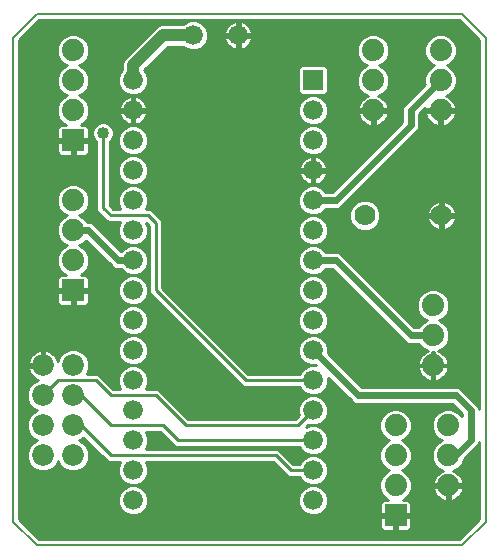
<source format=gbl>
G75*
G70*
%OFA0B0*%
%FSLAX24Y24*%
%IPPOS*%
%LPD*%
%AMOC8*
5,1,8,0,0,1.08239X$1,22.5*
%
%ADD10C,0.0080*%
%ADD11C,0.0660*%
%ADD12R,0.0660X0.0660*%
%ADD13C,0.0728*%
%ADD14C,0.0740*%
%ADD15R,0.0740X0.0740*%
%ADD16C,0.0700*%
%ADD17C,0.0400*%
%ADD18C,0.0100*%
%ADD19C,0.0240*%
%ADD20C,0.0400*%
D10*
X000400Y000987D02*
X001187Y000200D01*
X015361Y000200D01*
X016148Y000987D01*
X016148Y017129D01*
X015361Y017917D01*
X001187Y017917D01*
X000400Y017129D01*
X000400Y000987D01*
D11*
X004400Y001700D03*
X004400Y002700D03*
X004400Y003700D03*
X004400Y004700D03*
X004400Y005700D03*
X004400Y006700D03*
X004400Y007700D03*
X004400Y008700D03*
X004400Y009700D03*
X004400Y010700D03*
X004400Y011700D03*
X004400Y012700D03*
X004400Y013700D03*
X004400Y014700D03*
X004400Y015700D03*
X006400Y017200D03*
X007900Y017200D03*
X010400Y014700D03*
X010400Y013700D03*
X010400Y012700D03*
X010400Y011700D03*
X010400Y010700D03*
X010400Y009700D03*
X010400Y008700D03*
X010400Y007700D03*
X010400Y006700D03*
X010400Y005700D03*
X010400Y004700D03*
X010400Y003700D03*
X010400Y002700D03*
X010400Y001700D03*
D12*
X010400Y015700D03*
D13*
X002400Y006200D03*
X002400Y005200D03*
X002400Y004200D03*
X002400Y003200D03*
X001400Y003200D03*
X001400Y004200D03*
X001400Y005200D03*
X001400Y006200D03*
D14*
X002400Y009700D03*
X002400Y010700D03*
X002400Y011700D03*
X002400Y014700D03*
X002400Y015700D03*
X002400Y016700D03*
X012400Y016700D03*
X012400Y015700D03*
X012400Y014700D03*
X014650Y014700D03*
X014650Y015700D03*
X014650Y016700D03*
X014400Y008200D03*
X014400Y007200D03*
X014400Y006200D03*
X014900Y004200D03*
X014900Y003200D03*
X014900Y002200D03*
X013150Y002200D03*
X013150Y003200D03*
X013150Y004200D03*
D15*
X013150Y001200D03*
X002400Y008700D03*
X002400Y013700D03*
D16*
X012120Y011200D03*
X014680Y011200D03*
D17*
X013400Y017450D03*
X009150Y017450D03*
X004650Y017450D03*
X003400Y013950D03*
X003150Y002700D03*
D18*
X000795Y000890D02*
X012630Y000890D01*
X012630Y000810D02*
X012640Y000772D01*
X012660Y000738D01*
X012688Y000710D01*
X012722Y000690D01*
X012760Y000680D01*
X013100Y000680D01*
X013100Y001150D01*
X012630Y001150D01*
X012630Y000810D01*
X012635Y000791D02*
X000893Y000791D01*
X000992Y000693D02*
X012718Y000693D01*
X012630Y000988D02*
X000696Y000988D01*
X000610Y001074D02*
X000610Y017042D01*
X001274Y017707D01*
X015274Y017707D01*
X015938Y017042D01*
X015938Y004762D01*
X015896Y004864D01*
X015814Y004946D01*
X015314Y005446D01*
X015208Y005490D01*
X012020Y005490D01*
X010900Y006610D01*
X010900Y006799D01*
X010824Y006983D01*
X010683Y007124D01*
X010499Y007200D01*
X010683Y007276D01*
X010824Y007417D01*
X010900Y007601D01*
X010900Y007799D01*
X010824Y007983D01*
X010683Y008124D01*
X010499Y008200D01*
X010683Y008276D01*
X010824Y008417D01*
X010900Y008601D01*
X010900Y008799D01*
X010824Y008983D01*
X010683Y009124D01*
X010499Y009200D01*
X010301Y009200D01*
X010117Y009124D01*
X009976Y008983D01*
X009900Y008799D01*
X009900Y008601D01*
X009976Y008417D01*
X010117Y008276D01*
X010301Y008200D01*
X010499Y008200D01*
X010301Y008200D01*
X010117Y008124D01*
X009976Y007983D01*
X009900Y007799D01*
X009900Y007601D01*
X009976Y007417D01*
X010117Y007276D01*
X010301Y007200D01*
X010499Y007200D01*
X010301Y007200D01*
X010117Y007124D01*
X009976Y006983D01*
X009900Y006799D01*
X009900Y006601D01*
X009976Y006417D01*
X010117Y006276D01*
X010301Y006200D01*
X010117Y006124D01*
X009976Y005983D01*
X009950Y005920D01*
X008241Y005920D01*
X005370Y008791D01*
X005370Y011041D01*
X005241Y011170D01*
X005120Y011291D01*
X005120Y011291D01*
X004991Y011420D01*
X004825Y011420D01*
X004900Y011601D01*
X004900Y011799D01*
X004824Y011983D01*
X004683Y012124D01*
X004499Y012200D01*
X004683Y012276D01*
X004824Y012417D01*
X004900Y012601D01*
X004900Y012799D01*
X004824Y012983D01*
X004683Y013124D01*
X004499Y013200D01*
X004301Y013200D01*
X004117Y013124D01*
X003976Y012983D01*
X003900Y012799D01*
X003900Y012601D01*
X003976Y012417D01*
X004117Y012276D01*
X004301Y012200D01*
X004499Y012200D01*
X004301Y012200D01*
X004117Y012124D01*
X003976Y011983D01*
X003900Y011799D01*
X003900Y011601D01*
X003975Y011420D01*
X003741Y011420D01*
X003620Y011541D01*
X003620Y013647D01*
X003714Y013740D01*
X003770Y013876D01*
X003770Y014024D01*
X003714Y014160D01*
X003610Y014264D01*
X003474Y014320D01*
X003326Y014320D01*
X003190Y014264D01*
X003086Y014160D01*
X003030Y014024D01*
X003030Y013876D01*
X003086Y013740D01*
X003180Y013647D01*
X003180Y011359D01*
X003559Y010980D01*
X003975Y010980D01*
X003900Y010799D01*
X003900Y010601D01*
X003976Y010417D01*
X004117Y010276D01*
X004301Y010200D01*
X004117Y010124D01*
X004002Y010009D01*
X003064Y010946D01*
X002958Y010990D01*
X002864Y010990D01*
X002858Y011006D01*
X002706Y011158D01*
X002604Y011200D01*
X002706Y011242D01*
X002858Y011394D01*
X002940Y011593D01*
X002940Y011807D01*
X002858Y012006D01*
X002706Y012158D01*
X002507Y012240D01*
X002293Y012240D01*
X002094Y012158D01*
X001942Y012006D01*
X001860Y011807D01*
X001860Y011593D01*
X001942Y011394D01*
X002094Y011242D01*
X002196Y011200D01*
X002094Y011158D01*
X001942Y011006D01*
X001860Y010807D01*
X001860Y010593D01*
X001942Y010394D01*
X002094Y010242D01*
X002196Y010200D01*
X002094Y010158D01*
X001942Y010006D01*
X001860Y009807D01*
X001860Y009593D01*
X001942Y009394D01*
X002094Y009242D01*
X002148Y009220D01*
X002010Y009220D01*
X001972Y009210D01*
X001938Y009190D01*
X001910Y009162D01*
X001890Y009128D01*
X001880Y009090D01*
X001880Y008750D01*
X002350Y008750D01*
X002350Y008650D01*
X002450Y008650D01*
X002450Y008750D01*
X002920Y008750D01*
X002920Y009090D01*
X002910Y009128D01*
X002890Y009162D01*
X002862Y009190D01*
X002828Y009210D01*
X002790Y009220D01*
X002652Y009220D01*
X002706Y009242D01*
X002858Y009394D01*
X002940Y009593D01*
X002940Y009807D01*
X002858Y010006D01*
X002706Y010158D01*
X002604Y010200D01*
X002706Y010242D01*
X002827Y010363D01*
X003654Y009536D01*
X003736Y009454D01*
X003842Y009410D01*
X003983Y009410D01*
X004117Y009276D01*
X004301Y009200D01*
X004117Y009124D01*
X003976Y008983D01*
X003900Y008799D01*
X003900Y008601D01*
X003976Y008417D01*
X004117Y008276D01*
X004301Y008200D01*
X004117Y008124D01*
X003976Y007983D01*
X003900Y007799D01*
X003900Y007601D01*
X003976Y007417D01*
X004117Y007276D01*
X004301Y007200D01*
X004117Y007124D01*
X003976Y006983D01*
X003900Y006799D01*
X003900Y006601D01*
X003976Y006417D01*
X004117Y006276D01*
X004301Y006200D01*
X004117Y006124D01*
X003976Y005983D01*
X003900Y005799D01*
X003900Y005601D01*
X003975Y005420D01*
X003741Y005420D01*
X003241Y005920D01*
X002862Y005920D01*
X002934Y006094D01*
X002934Y006306D01*
X002853Y006503D01*
X002703Y006653D01*
X002506Y006734D01*
X002294Y006734D01*
X002097Y006653D01*
X001947Y006503D01*
X001888Y006361D01*
X001877Y006397D01*
X001840Y006469D01*
X001792Y006535D01*
X001735Y006592D01*
X001669Y006640D01*
X001597Y006677D01*
X001520Y006702D01*
X001440Y006714D01*
X001439Y006714D01*
X001439Y006239D01*
X001361Y006239D01*
X001361Y006714D01*
X001360Y006714D01*
X001280Y006702D01*
X001203Y006677D01*
X001131Y006640D01*
X001065Y006592D01*
X001008Y006535D01*
X000960Y006469D01*
X000923Y006397D01*
X000898Y006320D01*
X000886Y006240D01*
X000886Y006239D01*
X001361Y006239D01*
X001361Y006161D01*
X000886Y006161D01*
X000886Y006160D01*
X000898Y006080D01*
X000923Y006003D01*
X000960Y005931D01*
X001008Y005865D01*
X001065Y005808D01*
X001131Y005760D01*
X001203Y005723D01*
X001239Y005712D01*
X001097Y005653D01*
X000947Y005503D01*
X000866Y005306D01*
X000866Y005094D01*
X000947Y004897D01*
X001097Y004747D01*
X001211Y004700D01*
X001097Y004653D01*
X000947Y004503D01*
X000866Y004306D01*
X000866Y004094D01*
X000947Y003897D01*
X001097Y003747D01*
X001211Y003700D01*
X001097Y003653D01*
X000947Y003503D01*
X000866Y003306D01*
X000866Y003094D01*
X000947Y002897D01*
X001097Y002747D01*
X001294Y002666D01*
X001506Y002666D01*
X001703Y002747D01*
X001853Y002897D01*
X001900Y003011D01*
X001947Y002897D01*
X002097Y002747D01*
X002294Y002666D01*
X002506Y002666D01*
X002703Y002747D01*
X002853Y002897D01*
X002934Y003094D01*
X002934Y003306D01*
X002853Y003503D01*
X002703Y003653D01*
X002589Y003700D01*
X002703Y003747D01*
X002747Y003792D01*
X003430Y003109D01*
X003559Y002980D01*
X003975Y002980D01*
X003900Y002799D01*
X003900Y002601D01*
X003976Y002417D01*
X004117Y002276D01*
X004301Y002200D01*
X004117Y002124D01*
X003976Y001983D01*
X003900Y001799D01*
X003900Y001601D01*
X003976Y001417D01*
X004117Y001276D01*
X004301Y001200D01*
X004499Y001200D01*
X004683Y001276D01*
X004824Y001417D01*
X004900Y001601D01*
X004900Y001799D01*
X004824Y001983D01*
X004683Y002124D01*
X004499Y002200D01*
X004301Y002200D01*
X004499Y002200D01*
X004683Y002276D01*
X004824Y002417D01*
X004900Y002601D01*
X004900Y002799D01*
X004825Y002980D01*
X009059Y002980D01*
X009430Y002609D01*
X009559Y002480D01*
X009950Y002480D01*
X009976Y002417D01*
X010117Y002276D01*
X010301Y002200D01*
X010117Y002124D01*
X009976Y001983D01*
X009900Y001799D01*
X009900Y001601D01*
X009976Y001417D01*
X010117Y001276D01*
X010301Y001200D01*
X010499Y001200D01*
X010683Y001276D01*
X010824Y001417D01*
X010900Y001601D01*
X010900Y001799D01*
X010824Y001983D01*
X010683Y002124D01*
X010499Y002200D01*
X010301Y002200D01*
X010499Y002200D01*
X010683Y002276D01*
X010824Y002417D01*
X010900Y002601D01*
X010900Y002799D01*
X010824Y002983D01*
X010683Y003124D01*
X010499Y003200D01*
X010683Y003276D01*
X010824Y003417D01*
X010900Y003601D01*
X010900Y003799D01*
X010824Y003983D01*
X010683Y004124D01*
X010499Y004200D01*
X010683Y004276D01*
X010824Y004417D01*
X010900Y004601D01*
X010900Y004799D01*
X010824Y004983D01*
X010683Y005124D01*
X010499Y005200D01*
X010301Y005200D01*
X010117Y005124D01*
X009976Y004983D01*
X009900Y004799D01*
X009900Y004601D01*
X009926Y004537D01*
X009809Y004420D01*
X006241Y004420D01*
X005241Y005420D01*
X004825Y005420D01*
X004900Y005601D01*
X004900Y005799D01*
X004824Y005983D01*
X004683Y006124D01*
X004499Y006200D01*
X004301Y006200D01*
X004499Y006200D01*
X004683Y006276D01*
X004824Y006417D01*
X004900Y006601D01*
X004900Y006799D01*
X004824Y006983D01*
X004683Y007124D01*
X004499Y007200D01*
X004301Y007200D01*
X004499Y007200D01*
X004683Y007276D01*
X004824Y007417D01*
X004900Y007601D01*
X004900Y007799D01*
X004824Y007983D01*
X004683Y008124D01*
X004499Y008200D01*
X004301Y008200D01*
X004499Y008200D01*
X004683Y008276D01*
X004824Y008417D01*
X004900Y008601D01*
X004900Y008799D01*
X004824Y008983D01*
X004683Y009124D01*
X004499Y009200D01*
X004301Y009200D01*
X004499Y009200D01*
X004683Y009276D01*
X004824Y009417D01*
X004900Y009601D01*
X004900Y009799D01*
X004824Y009983D01*
X004683Y010124D01*
X004499Y010200D01*
X004301Y010200D01*
X004499Y010200D01*
X004683Y010276D01*
X004824Y010417D01*
X004900Y010601D01*
X004900Y010799D01*
X004837Y010952D01*
X004930Y010859D01*
X004930Y008609D01*
X005059Y008480D01*
X008059Y005480D01*
X009950Y005480D01*
X009976Y005417D01*
X010117Y005276D01*
X010301Y005200D01*
X010499Y005200D01*
X010683Y005276D01*
X010824Y005417D01*
X010900Y005601D01*
X010900Y005790D01*
X011654Y005036D01*
X011736Y004954D01*
X011842Y004910D01*
X015030Y004910D01*
X015360Y004580D01*
X015360Y004501D01*
X015358Y004506D01*
X015206Y004658D01*
X015007Y004740D01*
X014793Y004740D01*
X014594Y004658D01*
X014442Y004506D01*
X014360Y004307D01*
X014360Y004093D01*
X014442Y003894D01*
X014594Y003742D01*
X014696Y003700D01*
X014594Y003658D01*
X014442Y003506D01*
X014360Y003307D01*
X014360Y003093D01*
X014442Y002894D01*
X014594Y002742D01*
X014722Y002689D01*
X014700Y002682D01*
X014627Y002645D01*
X014561Y002597D01*
X014503Y002539D01*
X014455Y002473D01*
X014418Y002400D01*
X014393Y002322D01*
X014381Y002250D01*
X014850Y002250D01*
X014850Y002150D01*
X014950Y002150D01*
X014950Y002250D01*
X015419Y002250D01*
X015407Y002322D01*
X015382Y002400D01*
X015345Y002473D01*
X015297Y002539D01*
X015239Y002597D01*
X015173Y002645D01*
X015100Y002682D01*
X015078Y002689D01*
X015206Y002742D01*
X015358Y002894D01*
X015431Y003071D01*
X015896Y003536D01*
X015938Y003638D01*
X015938Y001074D01*
X015274Y000410D01*
X001274Y000410D01*
X000610Y001074D01*
X000610Y001087D02*
X012630Y001087D01*
X012630Y001250D02*
X013100Y001250D01*
X013100Y001150D01*
X013200Y001150D01*
X013200Y001250D01*
X013670Y001250D01*
X013670Y001590D01*
X013660Y001628D01*
X013640Y001662D01*
X013612Y001690D01*
X013578Y001710D01*
X013540Y001720D01*
X013402Y001720D01*
X013456Y001742D01*
X013608Y001894D01*
X013690Y002093D01*
X013690Y002307D01*
X013608Y002506D01*
X013456Y002658D01*
X013354Y002700D01*
X013456Y002742D01*
X013608Y002894D01*
X013690Y003093D01*
X013690Y003307D01*
X013608Y003506D01*
X013456Y003658D01*
X013354Y003700D01*
X013456Y003742D01*
X013608Y003894D01*
X013690Y004093D01*
X013690Y004307D01*
X013608Y004506D01*
X013456Y004658D01*
X013257Y004740D01*
X013043Y004740D01*
X012844Y004658D01*
X012692Y004506D01*
X012610Y004307D01*
X012610Y004093D01*
X012692Y003894D01*
X012844Y003742D01*
X012946Y003700D01*
X012844Y003658D01*
X012692Y003506D01*
X012610Y003307D01*
X012610Y003093D01*
X012692Y002894D01*
X012844Y002742D01*
X012946Y002700D01*
X012844Y002658D01*
X012692Y002506D01*
X012610Y002307D01*
X012610Y002093D01*
X012692Y001894D01*
X012844Y001742D01*
X012898Y001720D01*
X012760Y001720D01*
X012722Y001710D01*
X012688Y001690D01*
X012660Y001662D01*
X012640Y001628D01*
X012630Y001590D01*
X012630Y001250D01*
X012630Y001284D02*
X010691Y001284D01*
X010789Y001382D02*
X012630Y001382D01*
X012630Y001481D02*
X010850Y001481D01*
X010891Y001579D02*
X012630Y001579D01*
X012675Y001678D02*
X010900Y001678D01*
X010900Y001776D02*
X012810Y001776D01*
X012712Y001875D02*
X010869Y001875D01*
X010828Y001973D02*
X012660Y001973D01*
X012619Y002072D02*
X010736Y002072D01*
X010572Y002170D02*
X012610Y002170D01*
X012610Y002269D02*
X010665Y002269D01*
X010774Y002367D02*
X012635Y002367D01*
X012675Y002466D02*
X010844Y002466D01*
X010885Y002564D02*
X012750Y002564D01*
X012856Y002663D02*
X010900Y002663D01*
X010900Y002761D02*
X012825Y002761D01*
X012727Y002860D02*
X010875Y002860D01*
X010834Y002958D02*
X012666Y002958D01*
X012625Y003057D02*
X010751Y003057D01*
X010608Y003155D02*
X012610Y003155D01*
X012610Y003254D02*
X010629Y003254D01*
X010499Y003200D02*
X010301Y003200D01*
X010117Y003276D01*
X009976Y003417D01*
X009950Y003480D01*
X005809Y003480D01*
X005309Y003980D01*
X004825Y003980D01*
X004900Y003799D01*
X004900Y003601D01*
X004825Y003420D01*
X009241Y003420D01*
X009741Y002920D01*
X009950Y002920D01*
X009976Y002983D01*
X010117Y003124D01*
X010301Y003200D01*
X010499Y003200D01*
X010759Y003352D02*
X012628Y003352D01*
X012669Y003451D02*
X010838Y003451D01*
X010879Y003549D02*
X012735Y003549D01*
X012834Y003648D02*
X010900Y003648D01*
X010900Y003746D02*
X012840Y003746D01*
X012742Y003845D02*
X010881Y003845D01*
X010841Y003943D02*
X012672Y003943D01*
X012631Y004042D02*
X010766Y004042D01*
X010644Y004140D02*
X012610Y004140D01*
X012610Y004239D02*
X010592Y004239D01*
X010499Y004200D02*
X010301Y004200D01*
X010237Y004226D01*
X010148Y004137D01*
X010301Y004200D01*
X010499Y004200D01*
X010744Y004337D02*
X012622Y004337D01*
X012663Y004436D02*
X010832Y004436D01*
X010872Y004534D02*
X012720Y004534D01*
X012819Y004633D02*
X010900Y004633D01*
X010900Y004731D02*
X013021Y004731D01*
X013279Y004731D02*
X014771Y004731D01*
X014569Y004633D02*
X013481Y004633D01*
X013580Y004534D02*
X014470Y004534D01*
X014413Y004436D02*
X013637Y004436D01*
X013678Y004337D02*
X014372Y004337D01*
X014360Y004239D02*
X013690Y004239D01*
X013690Y004140D02*
X014360Y004140D01*
X014381Y004042D02*
X013669Y004042D01*
X013628Y003943D02*
X014422Y003943D01*
X014492Y003845D02*
X013558Y003845D01*
X013460Y003746D02*
X014590Y003746D01*
X014584Y003648D02*
X013466Y003648D01*
X013565Y003549D02*
X014485Y003549D01*
X014419Y003451D02*
X013631Y003451D01*
X013672Y003352D02*
X014378Y003352D01*
X014360Y003254D02*
X013690Y003254D01*
X013690Y003155D02*
X014360Y003155D01*
X014375Y003057D02*
X013675Y003057D01*
X013634Y002958D02*
X014416Y002958D01*
X014477Y002860D02*
X013573Y002860D01*
X013475Y002761D02*
X014575Y002761D01*
X014662Y002663D02*
X013444Y002663D01*
X013550Y002564D02*
X014529Y002564D01*
X014452Y002466D02*
X013625Y002466D01*
X013665Y002367D02*
X014408Y002367D01*
X014384Y002269D02*
X013690Y002269D01*
X013690Y002170D02*
X014850Y002170D01*
X014850Y002150D02*
X014381Y002150D01*
X014393Y002078D01*
X014418Y002000D01*
X014455Y001927D01*
X014503Y001861D01*
X014561Y001803D01*
X014627Y001755D01*
X014700Y001718D01*
X014778Y001693D01*
X014850Y001681D01*
X014850Y002150D01*
X014850Y002072D02*
X014950Y002072D01*
X014950Y002150D02*
X014950Y001681D01*
X015022Y001693D01*
X015100Y001718D01*
X015173Y001755D01*
X015239Y001803D01*
X015297Y001861D01*
X015345Y001927D01*
X015382Y002000D01*
X015407Y002078D01*
X015419Y002150D01*
X014950Y002150D01*
X014950Y002170D02*
X015938Y002170D01*
X015938Y002072D02*
X015405Y002072D01*
X015368Y001973D02*
X015938Y001973D01*
X015938Y001875D02*
X015306Y001875D01*
X015201Y001776D02*
X015938Y001776D01*
X015938Y001678D02*
X013625Y001678D01*
X013670Y001579D02*
X015938Y001579D01*
X015938Y001481D02*
X013670Y001481D01*
X013670Y001382D02*
X015938Y001382D01*
X015938Y001284D02*
X013670Y001284D01*
X013670Y001150D02*
X013200Y001150D01*
X013200Y000680D01*
X013540Y000680D01*
X013578Y000690D01*
X013612Y000710D01*
X013640Y000738D01*
X013660Y000772D01*
X013670Y000810D01*
X013670Y001150D01*
X013670Y001087D02*
X015938Y001087D01*
X015938Y001185D02*
X013200Y001185D01*
X013200Y001087D02*
X013100Y001087D01*
X013100Y001185D02*
X000610Y001185D01*
X000610Y001284D02*
X004109Y001284D01*
X004011Y001382D02*
X000610Y001382D01*
X000610Y001481D02*
X003950Y001481D01*
X003909Y001579D02*
X000610Y001579D01*
X000610Y001678D02*
X003900Y001678D01*
X003900Y001776D02*
X000610Y001776D01*
X000610Y001875D02*
X003931Y001875D01*
X003972Y001973D02*
X000610Y001973D01*
X000610Y002072D02*
X004064Y002072D01*
X004228Y002170D02*
X000610Y002170D01*
X000610Y002269D02*
X004135Y002269D01*
X004026Y002367D02*
X000610Y002367D01*
X000610Y002466D02*
X003956Y002466D01*
X003915Y002564D02*
X000610Y002564D01*
X000610Y002663D02*
X003900Y002663D01*
X003900Y002761D02*
X002716Y002761D01*
X002815Y002860D02*
X003925Y002860D01*
X003966Y002958D02*
X002878Y002958D01*
X002919Y003057D02*
X003482Y003057D01*
X003384Y003155D02*
X002934Y003155D01*
X002934Y003254D02*
X003285Y003254D01*
X003187Y003352D02*
X002915Y003352D01*
X002874Y003451D02*
X003088Y003451D01*
X002990Y003549D02*
X002806Y003549D01*
X002891Y003648D02*
X002708Y003648D01*
X002700Y003746D02*
X002793Y003746D01*
X002650Y004200D02*
X002400Y004200D01*
X002650Y004200D02*
X003650Y003200D01*
X009150Y003200D01*
X009650Y002700D01*
X010400Y002700D01*
X010049Y003057D02*
X009605Y003057D01*
X009506Y003155D02*
X010192Y003155D01*
X010171Y003254D02*
X009408Y003254D01*
X009309Y003352D02*
X010041Y003352D01*
X009962Y003451D02*
X004838Y003451D01*
X004879Y003549D02*
X005740Y003549D01*
X005641Y003648D02*
X004900Y003648D01*
X004900Y003746D02*
X005543Y003746D01*
X005444Y003845D02*
X004881Y003845D01*
X004841Y003943D02*
X005346Y003943D01*
X005400Y004200D02*
X003650Y004200D01*
X002650Y005200D01*
X002400Y005200D01*
X001900Y005700D02*
X003150Y005700D01*
X003650Y005200D01*
X005150Y005200D01*
X006150Y004200D01*
X009900Y004200D01*
X010400Y004700D01*
X010019Y005027D02*
X005635Y005027D01*
X005536Y005125D02*
X010120Y005125D01*
X010244Y005224D02*
X005438Y005224D01*
X005339Y005322D02*
X010071Y005322D01*
X009975Y005421D02*
X004825Y005421D01*
X004866Y005519D02*
X008020Y005519D01*
X007921Y005618D02*
X004900Y005618D01*
X004900Y005716D02*
X007823Y005716D01*
X007724Y005815D02*
X004894Y005815D01*
X004853Y005913D02*
X007626Y005913D01*
X007527Y006012D02*
X004796Y006012D01*
X004697Y006110D02*
X007429Y006110D01*
X007330Y006209D02*
X004520Y006209D01*
X004714Y006307D02*
X007232Y006307D01*
X007133Y006406D02*
X004813Y006406D01*
X004860Y006504D02*
X007035Y006504D01*
X006936Y006603D02*
X004900Y006603D01*
X004900Y006701D02*
X006838Y006701D01*
X006739Y006800D02*
X004900Y006800D01*
X004859Y006898D02*
X006641Y006898D01*
X006542Y006997D02*
X004811Y006997D01*
X004712Y007095D02*
X006444Y007095D01*
X006345Y007194D02*
X004515Y007194D01*
X004699Y007292D02*
X006247Y007292D01*
X006148Y007391D02*
X004798Y007391D01*
X004854Y007489D02*
X006050Y007489D01*
X005951Y007588D02*
X004895Y007588D01*
X004900Y007686D02*
X005853Y007686D01*
X005754Y007785D02*
X004900Y007785D01*
X004865Y007883D02*
X005656Y007883D01*
X005557Y007982D02*
X004825Y007982D01*
X004727Y008080D02*
X005459Y008080D01*
X005360Y008179D02*
X004551Y008179D01*
X004684Y008277D02*
X005262Y008277D01*
X005163Y008376D02*
X004783Y008376D01*
X004848Y008474D02*
X005065Y008474D01*
X004966Y008573D02*
X004888Y008573D01*
X004900Y008671D02*
X004930Y008671D01*
X004930Y008770D02*
X004900Y008770D01*
X004872Y008868D02*
X004930Y008868D01*
X004930Y008967D02*
X004831Y008967D01*
X004742Y009065D02*
X004930Y009065D01*
X004930Y009164D02*
X004588Y009164D01*
X004649Y009262D02*
X004930Y009262D01*
X004930Y009361D02*
X004768Y009361D01*
X004841Y009459D02*
X004930Y009459D01*
X004930Y009558D02*
X004882Y009558D01*
X004900Y009656D02*
X004930Y009656D01*
X004930Y009755D02*
X004900Y009755D01*
X004878Y009853D02*
X004930Y009853D01*
X004930Y009952D02*
X004837Y009952D01*
X004757Y010050D02*
X004930Y010050D01*
X004930Y010149D02*
X004624Y010149D01*
X004613Y010247D02*
X004930Y010247D01*
X004930Y010346D02*
X004753Y010346D01*
X004835Y010444D02*
X004930Y010444D01*
X004930Y010543D02*
X004876Y010543D01*
X004900Y010641D02*
X004930Y010641D01*
X004930Y010740D02*
X004900Y010740D01*
X004884Y010838D02*
X004930Y010838D01*
X004852Y010937D02*
X004843Y010937D01*
X004900Y011200D02*
X003650Y011200D01*
X003400Y011450D01*
X003400Y013950D01*
X003243Y014286D02*
X002749Y014286D01*
X002706Y014242D02*
X002858Y014394D01*
X002940Y014593D01*
X002940Y014807D01*
X002858Y015006D01*
X002706Y015158D01*
X002604Y015200D01*
X002706Y015242D01*
X002858Y015394D01*
X002940Y015593D01*
X002940Y015807D01*
X002858Y016006D01*
X002706Y016158D01*
X002604Y016200D01*
X002706Y016242D01*
X002858Y016394D01*
X002940Y016593D01*
X002940Y016807D01*
X002858Y017006D01*
X002706Y017158D01*
X002507Y017240D01*
X002293Y017240D01*
X002094Y017158D01*
X001942Y017006D01*
X001860Y016807D01*
X001860Y016593D01*
X001942Y016394D01*
X002094Y016242D01*
X002196Y016200D01*
X002094Y016158D01*
X001942Y016006D01*
X001860Y015807D01*
X001860Y015593D01*
X001942Y015394D01*
X002094Y015242D01*
X002196Y015200D01*
X002094Y015158D01*
X001942Y015006D01*
X001860Y014807D01*
X001860Y014593D01*
X001942Y014394D01*
X002094Y014242D01*
X002148Y014220D01*
X002010Y014220D01*
X001972Y014210D01*
X001938Y014190D01*
X001910Y014162D01*
X001890Y014128D01*
X001880Y014090D01*
X001880Y013750D01*
X002350Y013750D01*
X002350Y013650D01*
X001880Y013650D01*
X001880Y013310D01*
X001890Y013272D01*
X001910Y013238D01*
X001938Y013210D01*
X001972Y013190D01*
X002010Y013180D01*
X002350Y013180D01*
X002350Y013650D01*
X002450Y013650D01*
X002450Y013750D01*
X002920Y013750D01*
X002920Y014090D01*
X002910Y014128D01*
X002890Y014162D01*
X002862Y014190D01*
X002828Y014210D01*
X002790Y014220D01*
X002652Y014220D01*
X002706Y014242D01*
X002865Y014187D02*
X003114Y014187D01*
X003057Y014089D02*
X002920Y014089D01*
X002920Y013990D02*
X003030Y013990D01*
X003030Y013892D02*
X002920Y013892D01*
X002920Y013793D02*
X003065Y013793D01*
X003132Y013695D02*
X002450Y013695D01*
X002450Y013650D02*
X002920Y013650D01*
X002920Y013310D01*
X002910Y013272D01*
X002890Y013238D01*
X002862Y013210D01*
X002828Y013190D01*
X002790Y013180D01*
X002450Y013180D01*
X002450Y013650D01*
X002450Y013596D02*
X002350Y013596D01*
X002350Y013498D02*
X002450Y013498D01*
X002450Y013399D02*
X002350Y013399D01*
X002350Y013301D02*
X002450Y013301D01*
X002450Y013202D02*
X002350Y013202D01*
X001952Y013202D02*
X000610Y013202D01*
X000610Y013104D02*
X003180Y013104D01*
X003180Y013202D02*
X002848Y013202D01*
X002917Y013301D02*
X003180Y013301D01*
X003180Y013399D02*
X002920Y013399D01*
X002920Y013498D02*
X003180Y013498D01*
X003180Y013596D02*
X002920Y013596D01*
X002350Y013695D02*
X000610Y013695D01*
X000610Y013793D02*
X001880Y013793D01*
X001880Y013892D02*
X000610Y013892D01*
X000610Y013990D02*
X001880Y013990D01*
X001880Y014089D02*
X000610Y014089D01*
X000610Y014187D02*
X001935Y014187D01*
X002051Y014286D02*
X000610Y014286D01*
X000610Y014384D02*
X001952Y014384D01*
X001906Y014483D02*
X000610Y014483D01*
X000610Y014581D02*
X001865Y014581D01*
X001860Y014680D02*
X000610Y014680D01*
X000610Y014778D02*
X001860Y014778D01*
X001889Y014877D02*
X000610Y014877D01*
X000610Y014975D02*
X001929Y014975D01*
X002010Y015074D02*
X000610Y015074D01*
X000610Y015172D02*
X002129Y015172D01*
X002066Y015271D02*
X000610Y015271D01*
X000610Y015369D02*
X001967Y015369D01*
X001912Y015468D02*
X000610Y015468D01*
X000610Y015566D02*
X001871Y015566D01*
X001860Y015665D02*
X000610Y015665D01*
X000610Y015763D02*
X001860Y015763D01*
X001882Y015862D02*
X000610Y015862D01*
X000610Y015960D02*
X001923Y015960D01*
X001995Y016059D02*
X000610Y016059D01*
X000610Y016157D02*
X002093Y016157D01*
X002081Y016256D02*
X000610Y016256D01*
X000610Y016354D02*
X001982Y016354D01*
X001918Y016453D02*
X000610Y016453D01*
X000610Y016551D02*
X001877Y016551D01*
X001860Y016650D02*
X000610Y016650D01*
X000610Y016748D02*
X001860Y016748D01*
X001876Y016847D02*
X000610Y016847D01*
X000610Y016945D02*
X001917Y016945D01*
X001980Y017044D02*
X000611Y017044D01*
X000710Y017142D02*
X002078Y017142D01*
X002722Y017142D02*
X004819Y017142D01*
X004917Y017241D02*
X000808Y017241D01*
X000907Y017339D02*
X005016Y017339D01*
X005086Y017410D02*
X004086Y016410D01*
X004030Y016274D01*
X004030Y016037D01*
X003976Y015983D01*
X003900Y015799D01*
X003900Y015601D01*
X003976Y015417D01*
X004117Y015276D01*
X004301Y015200D01*
X004499Y015200D01*
X004683Y015276D01*
X004824Y015417D01*
X004900Y015601D01*
X004900Y015799D01*
X004824Y015983D01*
X004770Y016037D01*
X004770Y016047D01*
X005553Y016830D01*
X006063Y016830D01*
X006117Y016776D01*
X006301Y016700D01*
X006499Y016700D01*
X006683Y016776D01*
X006824Y016917D01*
X006900Y017101D01*
X006900Y017299D01*
X006824Y017483D01*
X006683Y017624D01*
X006499Y017700D01*
X006301Y017700D01*
X006117Y017624D01*
X006063Y017570D01*
X005326Y017570D01*
X005190Y017514D01*
X005086Y017410D01*
X005114Y017438D02*
X001005Y017438D01*
X001104Y017536D02*
X005244Y017536D01*
X004720Y017044D02*
X002820Y017044D01*
X002883Y016945D02*
X004622Y016945D01*
X004523Y016847D02*
X002924Y016847D01*
X002940Y016748D02*
X004425Y016748D01*
X004326Y016650D02*
X002940Y016650D01*
X002923Y016551D02*
X004228Y016551D01*
X004129Y016453D02*
X002882Y016453D01*
X002818Y016354D02*
X004063Y016354D01*
X004030Y016256D02*
X002719Y016256D01*
X002707Y016157D02*
X004030Y016157D01*
X004030Y016059D02*
X002805Y016059D01*
X002877Y015960D02*
X003967Y015960D01*
X003926Y015862D02*
X002918Y015862D01*
X002940Y015763D02*
X003900Y015763D01*
X003900Y015665D02*
X002940Y015665D01*
X002929Y015566D02*
X003914Y015566D01*
X003955Y015468D02*
X002888Y015468D01*
X002833Y015369D02*
X004024Y015369D01*
X004130Y015271D02*
X002734Y015271D01*
X002671Y015172D02*
X004312Y015172D01*
X004288Y015168D02*
X004361Y015180D01*
X004361Y014739D01*
X004439Y014739D01*
X004880Y014739D01*
X004868Y014812D01*
X004845Y014884D01*
X004811Y014952D01*
X004766Y015013D01*
X004713Y015066D01*
X004652Y015111D01*
X004584Y015145D01*
X004512Y015168D01*
X004439Y015180D01*
X004439Y014739D01*
X004439Y014661D01*
X004880Y014661D01*
X004868Y014588D01*
X004845Y014516D01*
X004811Y014448D01*
X004766Y014387D01*
X004713Y014334D01*
X004652Y014289D01*
X004584Y014255D01*
X004512Y014232D01*
X004439Y014220D01*
X004439Y014661D01*
X004361Y014661D01*
X004361Y014220D01*
X004288Y014232D01*
X004216Y014255D01*
X004148Y014289D01*
X004087Y014334D01*
X004034Y014387D01*
X003989Y014448D01*
X003955Y014516D01*
X003932Y014588D01*
X003920Y014661D01*
X004361Y014661D01*
X004361Y014739D01*
X003920Y014739D01*
X003932Y014812D01*
X003955Y014884D01*
X003989Y014952D01*
X004034Y015013D01*
X004087Y015066D01*
X004148Y015111D01*
X004216Y015145D01*
X004288Y015168D01*
X004361Y015172D02*
X004439Y015172D01*
X004488Y015172D02*
X010233Y015172D01*
X010301Y015200D02*
X010117Y015124D01*
X009976Y014983D01*
X009900Y014799D01*
X009900Y014601D01*
X009976Y014417D01*
X010117Y014276D01*
X010301Y014200D01*
X010117Y014124D01*
X009976Y013983D01*
X009900Y013799D01*
X009900Y013601D01*
X009976Y013417D01*
X010117Y013276D01*
X010301Y013200D01*
X010499Y013200D01*
X010683Y013276D01*
X010824Y013417D01*
X010900Y013601D01*
X010900Y013799D01*
X010824Y013983D01*
X010683Y014124D01*
X010499Y014200D01*
X010301Y014200D01*
X010499Y014200D01*
X010683Y014276D01*
X010824Y014417D01*
X010900Y014601D01*
X010900Y014799D01*
X010824Y014983D01*
X010683Y015124D01*
X010499Y015200D01*
X010301Y015200D01*
X010567Y015172D02*
X012181Y015172D01*
X012200Y015182D02*
X012222Y015189D01*
X012094Y015242D01*
X011942Y015394D01*
X011860Y015593D01*
X011860Y015807D01*
X011942Y016006D01*
X012094Y016158D01*
X012196Y016200D01*
X012094Y016242D01*
X011942Y016394D01*
X011860Y016593D01*
X011860Y016807D01*
X011942Y017006D01*
X012094Y017158D01*
X012293Y017240D01*
X012507Y017240D01*
X012706Y017158D01*
X012858Y017006D01*
X012940Y016807D01*
X012940Y016593D01*
X012858Y016394D01*
X012706Y016242D01*
X012604Y016200D01*
X012706Y016158D01*
X012858Y016006D01*
X012940Y015807D01*
X012940Y015593D01*
X012858Y015394D01*
X012706Y015242D01*
X012578Y015189D01*
X012600Y015182D01*
X012673Y015145D01*
X012739Y015097D01*
X012797Y015039D01*
X012845Y014973D01*
X012882Y014900D01*
X012907Y014822D01*
X012919Y014750D01*
X012450Y014750D01*
X012450Y014650D01*
X012919Y014650D01*
X012907Y014578D01*
X012882Y014500D01*
X012845Y014427D01*
X012797Y014361D01*
X012739Y014303D01*
X012673Y014255D01*
X012600Y014218D01*
X012522Y014193D01*
X012450Y014181D01*
X012450Y014650D01*
X012350Y014650D01*
X012350Y014181D01*
X012278Y014193D01*
X012200Y014218D01*
X012127Y014255D01*
X012061Y014303D01*
X012003Y014361D01*
X011955Y014427D01*
X011918Y014500D01*
X011893Y014578D01*
X011881Y014650D01*
X012350Y014650D01*
X012350Y014750D01*
X011881Y014750D01*
X011893Y014822D01*
X011918Y014900D01*
X011955Y014973D01*
X012003Y015039D01*
X012061Y015097D01*
X012127Y015145D01*
X012200Y015182D01*
X012066Y015271D02*
X010871Y015271D01*
X010900Y015300D02*
X010800Y015200D01*
X010000Y015200D01*
X009900Y015300D01*
X009900Y016100D01*
X010000Y016200D01*
X010800Y016200D01*
X010900Y016100D01*
X010900Y015300D01*
X010900Y015369D02*
X011967Y015369D01*
X011912Y015468D02*
X010900Y015468D01*
X010900Y015566D02*
X011871Y015566D01*
X011860Y015665D02*
X010900Y015665D01*
X010900Y015763D02*
X011860Y015763D01*
X011882Y015862D02*
X010900Y015862D01*
X010900Y015960D02*
X011923Y015960D01*
X011995Y016059D02*
X010900Y016059D01*
X010843Y016157D02*
X012093Y016157D01*
X012081Y016256D02*
X004979Y016256D01*
X005077Y016354D02*
X011982Y016354D01*
X011918Y016453D02*
X005176Y016453D01*
X005274Y016551D02*
X011877Y016551D01*
X011860Y016650D02*
X005373Y016650D01*
X005471Y016748D02*
X006185Y016748D01*
X006615Y016748D02*
X007738Y016748D01*
X007716Y016755D02*
X007788Y016732D01*
X007850Y016722D01*
X007850Y017150D01*
X007950Y017150D01*
X007950Y017250D01*
X008378Y017250D01*
X008368Y017312D01*
X008345Y017384D01*
X008311Y017452D01*
X008266Y017513D01*
X008213Y017566D01*
X008152Y017611D01*
X008084Y017645D01*
X008012Y017668D01*
X007950Y017678D01*
X007950Y017250D01*
X007850Y017250D01*
X007850Y017678D01*
X007788Y017668D01*
X007716Y017645D01*
X007648Y017611D01*
X007587Y017566D01*
X007534Y017513D01*
X007489Y017452D01*
X007455Y017384D01*
X007432Y017312D01*
X007422Y017250D01*
X007850Y017250D01*
X007850Y017150D01*
X007422Y017150D01*
X007432Y017088D01*
X007455Y017016D01*
X007489Y016948D01*
X007534Y016887D01*
X007587Y016834D01*
X007648Y016789D01*
X007716Y016755D01*
X007850Y016748D02*
X007950Y016748D01*
X007950Y016722D02*
X008012Y016732D01*
X008084Y016755D01*
X008152Y016789D01*
X008213Y016834D01*
X008266Y016887D01*
X008311Y016948D01*
X008345Y017016D01*
X008368Y017088D01*
X008378Y017150D01*
X007950Y017150D01*
X007950Y016722D01*
X008062Y016748D02*
X011860Y016748D01*
X011876Y016847D02*
X008225Y016847D01*
X008308Y016945D02*
X011917Y016945D01*
X011980Y017044D02*
X008354Y017044D01*
X008377Y017142D02*
X012078Y017142D01*
X012722Y017142D02*
X014328Y017142D01*
X014344Y017158D02*
X014192Y017006D01*
X014110Y016807D01*
X014110Y016593D01*
X014192Y016394D01*
X014344Y016242D01*
X014446Y016200D01*
X014344Y016158D01*
X014192Y016006D01*
X014110Y015807D01*
X014110Y015593D01*
X014117Y015577D01*
X013404Y014864D01*
X013360Y014758D01*
X013360Y014320D01*
X011030Y011990D01*
X010817Y011990D01*
X010683Y012124D01*
X010499Y012200D01*
X010301Y012200D01*
X010117Y012124D01*
X009976Y011983D01*
X009900Y011799D01*
X009900Y011601D01*
X009976Y011417D01*
X010117Y011276D01*
X010301Y011200D01*
X010499Y011200D01*
X010683Y011276D01*
X010817Y011410D01*
X011208Y011410D01*
X011314Y011454D01*
X013814Y013954D01*
X013896Y014036D01*
X013940Y014142D01*
X013940Y014580D01*
X014135Y014775D01*
X014131Y014750D01*
X014600Y014750D01*
X014600Y014650D01*
X014700Y014650D01*
X014700Y014750D01*
X015169Y014750D01*
X015157Y014822D01*
X015132Y014900D01*
X015095Y014973D01*
X015047Y015039D01*
X014989Y015097D01*
X014923Y015145D01*
X014850Y015182D01*
X014828Y015189D01*
X014956Y015242D01*
X015108Y015394D01*
X015190Y015593D01*
X015190Y015807D01*
X015108Y016006D01*
X014956Y016158D01*
X014854Y016200D01*
X014956Y016242D01*
X015108Y016394D01*
X015190Y016593D01*
X015190Y016807D01*
X015108Y017006D01*
X014956Y017158D01*
X014757Y017240D01*
X014543Y017240D01*
X014344Y017158D01*
X014230Y017044D02*
X012820Y017044D01*
X012883Y016945D02*
X014167Y016945D01*
X014126Y016847D02*
X012924Y016847D01*
X012940Y016748D02*
X014110Y016748D01*
X014110Y016650D02*
X012940Y016650D01*
X012923Y016551D02*
X014127Y016551D01*
X014168Y016453D02*
X012882Y016453D01*
X012818Y016354D02*
X014232Y016354D01*
X014331Y016256D02*
X012719Y016256D01*
X012707Y016157D02*
X014343Y016157D01*
X014245Y016059D02*
X012805Y016059D01*
X012877Y015960D02*
X014173Y015960D01*
X014132Y015862D02*
X012918Y015862D01*
X012940Y015763D02*
X014110Y015763D01*
X014110Y015665D02*
X012940Y015665D01*
X012929Y015566D02*
X014106Y015566D01*
X014007Y015468D02*
X012888Y015468D01*
X012833Y015369D02*
X013909Y015369D01*
X013810Y015271D02*
X012734Y015271D01*
X012619Y015172D02*
X013712Y015172D01*
X013613Y015074D02*
X012762Y015074D01*
X012843Y014975D02*
X013515Y014975D01*
X013416Y014877D02*
X012889Y014877D01*
X012914Y014778D02*
X013368Y014778D01*
X013360Y014680D02*
X012450Y014680D01*
X012450Y014581D02*
X012350Y014581D01*
X012350Y014483D02*
X012450Y014483D01*
X012450Y014384D02*
X012350Y014384D01*
X012350Y014286D02*
X012450Y014286D01*
X012450Y014187D02*
X012350Y014187D01*
X012315Y014187D02*
X010531Y014187D01*
X010693Y014286D02*
X012086Y014286D01*
X011987Y014384D02*
X010791Y014384D01*
X010851Y014483D02*
X011927Y014483D01*
X011892Y014581D02*
X010892Y014581D01*
X010900Y014680D02*
X012350Y014680D01*
X011957Y014975D02*
X010827Y014975D01*
X010868Y014877D02*
X011911Y014877D01*
X011886Y014778D02*
X010900Y014778D01*
X010734Y015074D02*
X012038Y015074D01*
X012485Y014187D02*
X013227Y014187D01*
X013325Y014286D02*
X012714Y014286D01*
X012813Y014384D02*
X013360Y014384D01*
X013360Y014483D02*
X012873Y014483D01*
X012908Y014581D02*
X013360Y014581D01*
X013128Y014089D02*
X010719Y014089D01*
X010817Y013990D02*
X013030Y013990D01*
X012931Y013892D02*
X010862Y013892D01*
X010900Y013793D02*
X012833Y013793D01*
X012734Y013695D02*
X010900Y013695D01*
X010898Y013596D02*
X012636Y013596D01*
X012537Y013498D02*
X010857Y013498D01*
X010806Y013399D02*
X012439Y013399D01*
X012340Y013301D02*
X010708Y013301D01*
X010652Y013111D02*
X010584Y013145D01*
X010512Y013168D01*
X010439Y013180D01*
X010439Y012739D01*
X010880Y012739D01*
X010868Y012812D01*
X010845Y012884D01*
X010811Y012952D01*
X010766Y013013D01*
X010713Y013066D01*
X010652Y013111D01*
X010661Y013104D02*
X012143Y013104D01*
X012242Y013202D02*
X010504Y013202D01*
X010439Y013104D02*
X010361Y013104D01*
X010361Y013180D02*
X010288Y013168D01*
X010216Y013145D01*
X010148Y013111D01*
X010087Y013066D01*
X010034Y013013D01*
X009989Y012952D01*
X009955Y012884D01*
X009932Y012812D01*
X009920Y012739D01*
X010361Y012739D01*
X010361Y013180D01*
X010296Y013202D02*
X004504Y013202D01*
X004499Y013200D02*
X004683Y013276D01*
X004824Y013417D01*
X004900Y013601D01*
X004900Y013799D01*
X004824Y013983D01*
X004683Y014124D01*
X004499Y014200D01*
X004301Y014200D01*
X004117Y014124D01*
X003976Y013983D01*
X003900Y013799D01*
X003900Y013601D01*
X003976Y013417D01*
X004117Y013276D01*
X004301Y013200D01*
X004499Y013200D01*
X004704Y013104D02*
X010139Y013104D01*
X010028Y013005D02*
X004802Y013005D01*
X004856Y012907D02*
X009967Y012907D01*
X009931Y012808D02*
X004896Y012808D01*
X004900Y012710D02*
X010361Y012710D01*
X010361Y012739D02*
X010361Y012661D01*
X010439Y012661D01*
X010439Y012739D01*
X010361Y012739D01*
X010361Y012808D02*
X010439Y012808D01*
X010439Y012710D02*
X011749Y012710D01*
X011848Y012808D02*
X010869Y012808D01*
X010833Y012907D02*
X011946Y012907D01*
X012045Y013005D02*
X010772Y013005D01*
X010439Y013005D02*
X010361Y013005D01*
X010361Y012907D02*
X010439Y012907D01*
X010439Y012661D02*
X010880Y012661D01*
X010868Y012588D01*
X010845Y012516D01*
X010811Y012448D01*
X010766Y012387D01*
X010713Y012334D01*
X010652Y012289D01*
X010584Y012255D01*
X010512Y012232D01*
X010439Y012220D01*
X010439Y012661D01*
X010439Y012611D02*
X010361Y012611D01*
X010361Y012661D02*
X010361Y012220D01*
X010288Y012232D01*
X010216Y012255D01*
X010148Y012289D01*
X010087Y012334D01*
X010034Y012387D01*
X009989Y012448D01*
X009955Y012516D01*
X009932Y012588D01*
X009920Y012661D01*
X010361Y012661D01*
X010361Y012513D02*
X010439Y012513D01*
X010439Y012414D02*
X010361Y012414D01*
X010361Y012316D02*
X010439Y012316D01*
X010687Y012316D02*
X011355Y012316D01*
X011454Y012414D02*
X010786Y012414D01*
X010843Y012513D02*
X011552Y012513D01*
X011651Y012611D02*
X010872Y012611D01*
X010689Y012119D02*
X011158Y012119D01*
X011257Y012217D02*
X004541Y012217D01*
X004689Y012119D02*
X010111Y012119D01*
X010013Y012020D02*
X004787Y012020D01*
X004849Y011922D02*
X009951Y011922D01*
X009910Y011823D02*
X004890Y011823D01*
X004900Y011725D02*
X009900Y011725D01*
X009900Y011626D02*
X004900Y011626D01*
X004870Y011528D02*
X009930Y011528D01*
X009971Y011429D02*
X004829Y011429D01*
X005081Y011331D02*
X010062Y011331D01*
X010223Y011232D02*
X005179Y011232D01*
X005241Y011170D02*
X005241Y011170D01*
X005278Y011134D02*
X010140Y011134D01*
X010117Y011124D02*
X009976Y010983D01*
X009900Y010799D01*
X009900Y010601D01*
X009976Y010417D01*
X010117Y010276D01*
X010301Y010200D01*
X010499Y010200D01*
X010683Y010276D01*
X010824Y010417D01*
X010900Y010601D01*
X010900Y010799D01*
X010824Y010983D01*
X010683Y011124D01*
X010499Y011200D01*
X010301Y011200D01*
X010117Y011124D01*
X010028Y011035D02*
X005370Y011035D01*
X005370Y010937D02*
X009957Y010937D01*
X009916Y010838D02*
X005370Y010838D01*
X005370Y010740D02*
X009900Y010740D01*
X009900Y010641D02*
X005370Y010641D01*
X005370Y010543D02*
X009924Y010543D01*
X009965Y010444D02*
X005370Y010444D01*
X005370Y010346D02*
X010047Y010346D01*
X010187Y010247D02*
X005370Y010247D01*
X005370Y010149D02*
X010176Y010149D01*
X010117Y010124D02*
X009976Y009983D01*
X009900Y009799D01*
X009900Y009601D01*
X009976Y009417D01*
X010117Y009276D01*
X010301Y009200D01*
X010499Y009200D01*
X010683Y009276D01*
X010817Y009410D01*
X011030Y009410D01*
X013404Y007036D01*
X013486Y006954D01*
X013592Y006910D01*
X013936Y006910D01*
X013942Y006894D01*
X014094Y006742D01*
X014222Y006689D01*
X014200Y006682D01*
X014127Y006645D01*
X014061Y006597D01*
X014003Y006539D01*
X013955Y006473D01*
X013918Y006400D01*
X013893Y006322D01*
X013880Y006241D01*
X013880Y006230D01*
X014370Y006230D01*
X014370Y006660D01*
X014430Y006660D01*
X014430Y006230D01*
X014920Y006230D01*
X014920Y006241D01*
X014907Y006322D01*
X014882Y006400D01*
X014845Y006473D01*
X014797Y006539D01*
X014739Y006597D01*
X014673Y006645D01*
X014600Y006682D01*
X014578Y006689D01*
X014706Y006742D01*
X014858Y006894D01*
X014940Y007093D01*
X014940Y007307D01*
X014858Y007506D01*
X014706Y007658D01*
X014604Y007700D01*
X014706Y007742D01*
X014858Y007894D01*
X014940Y008093D01*
X014940Y008307D01*
X014858Y008506D01*
X014706Y008658D01*
X014507Y008740D01*
X014293Y008740D01*
X014094Y008658D01*
X013942Y008506D01*
X013860Y008307D01*
X013860Y008093D01*
X013942Y007894D01*
X014094Y007742D01*
X014196Y007700D01*
X014094Y007658D01*
X013942Y007506D01*
X013936Y007490D01*
X013770Y007490D01*
X011314Y009946D01*
X011208Y009990D01*
X010817Y009990D01*
X010683Y010124D01*
X010499Y010200D01*
X010301Y010200D01*
X010117Y010124D01*
X010043Y010050D02*
X005370Y010050D01*
X005370Y009952D02*
X009963Y009952D01*
X009922Y009853D02*
X005370Y009853D01*
X005370Y009755D02*
X009900Y009755D01*
X009900Y009656D02*
X005370Y009656D01*
X005370Y009558D02*
X009918Y009558D01*
X009959Y009459D02*
X005370Y009459D01*
X005370Y009361D02*
X010032Y009361D01*
X010151Y009262D02*
X005370Y009262D01*
X005370Y009164D02*
X010212Y009164D01*
X010058Y009065D02*
X005370Y009065D01*
X005370Y008967D02*
X009969Y008967D01*
X009928Y008868D02*
X005370Y008868D01*
X005392Y008770D02*
X009900Y008770D01*
X009900Y008671D02*
X005490Y008671D01*
X005589Y008573D02*
X009912Y008573D01*
X009952Y008474D02*
X005687Y008474D01*
X005786Y008376D02*
X010017Y008376D01*
X010116Y008277D02*
X005884Y008277D01*
X005983Y008179D02*
X010249Y008179D01*
X010073Y008080D02*
X006081Y008080D01*
X006180Y007982D02*
X009975Y007982D01*
X009935Y007883D02*
X006278Y007883D01*
X006377Y007785D02*
X009900Y007785D01*
X009900Y007686D02*
X006475Y007686D01*
X006574Y007588D02*
X009905Y007588D01*
X009946Y007489D02*
X006672Y007489D01*
X006771Y007391D02*
X010002Y007391D01*
X010101Y007292D02*
X006869Y007292D01*
X006968Y007194D02*
X010285Y007194D01*
X010515Y007194D02*
X013246Y007194D01*
X013148Y007292D02*
X010699Y007292D01*
X010798Y007391D02*
X013049Y007391D01*
X012951Y007489D02*
X010854Y007489D01*
X010895Y007588D02*
X012852Y007588D01*
X012754Y007686D02*
X010900Y007686D01*
X010900Y007785D02*
X012655Y007785D01*
X012557Y007883D02*
X010865Y007883D01*
X010825Y007982D02*
X012458Y007982D01*
X012360Y008080D02*
X010727Y008080D01*
X010551Y008179D02*
X012261Y008179D01*
X012163Y008277D02*
X010684Y008277D01*
X010783Y008376D02*
X012064Y008376D01*
X011966Y008474D02*
X010848Y008474D01*
X010888Y008573D02*
X011867Y008573D01*
X011769Y008671D02*
X010900Y008671D01*
X010900Y008770D02*
X011670Y008770D01*
X011572Y008868D02*
X010872Y008868D01*
X010831Y008967D02*
X011473Y008967D01*
X011375Y009065D02*
X010742Y009065D01*
X010588Y009164D02*
X011276Y009164D01*
X011178Y009262D02*
X010649Y009262D01*
X010768Y009361D02*
X011079Y009361D01*
X011506Y009755D02*
X015938Y009755D01*
X015938Y009853D02*
X011407Y009853D01*
X011301Y009952D02*
X015938Y009952D01*
X015938Y010050D02*
X010757Y010050D01*
X010624Y010149D02*
X015938Y010149D01*
X015938Y010247D02*
X010613Y010247D01*
X010753Y010346D02*
X015938Y010346D01*
X015938Y010444D02*
X010835Y010444D01*
X010876Y010543D02*
X015938Y010543D01*
X015938Y010641D02*
X010900Y010641D01*
X010900Y010740D02*
X011873Y010740D01*
X011826Y010759D02*
X012017Y010680D01*
X012224Y010680D01*
X012415Y010759D01*
X012561Y010905D01*
X012640Y011097D01*
X012640Y011303D01*
X012561Y011495D01*
X012415Y011641D01*
X012224Y011720D01*
X012017Y011720D01*
X011826Y011641D01*
X011680Y011495D01*
X011600Y011303D01*
X011600Y011097D01*
X011680Y010905D01*
X011826Y010759D01*
X011747Y010838D02*
X010884Y010838D01*
X010843Y010937D02*
X011667Y010937D01*
X011626Y011035D02*
X010772Y011035D01*
X010660Y011134D02*
X011600Y011134D01*
X011600Y011232D02*
X010577Y011232D01*
X010738Y011331D02*
X011612Y011331D01*
X011652Y011429D02*
X011254Y011429D01*
X011388Y011528D02*
X011713Y011528D01*
X011811Y011626D02*
X011486Y011626D01*
X011585Y011725D02*
X015938Y011725D01*
X015938Y011823D02*
X011683Y011823D01*
X011782Y011922D02*
X015938Y011922D01*
X015938Y012020D02*
X011880Y012020D01*
X011979Y012119D02*
X015938Y012119D01*
X015938Y012217D02*
X012077Y012217D01*
X012176Y012316D02*
X015938Y012316D01*
X015938Y012414D02*
X012274Y012414D01*
X012373Y012513D02*
X015938Y012513D01*
X015938Y012611D02*
X012471Y012611D01*
X012570Y012710D02*
X015938Y012710D01*
X015938Y012808D02*
X012668Y012808D01*
X012767Y012907D02*
X015938Y012907D01*
X015938Y013005D02*
X012865Y013005D01*
X012964Y013104D02*
X015938Y013104D01*
X015938Y013202D02*
X013062Y013202D01*
X013161Y013301D02*
X015938Y013301D01*
X015938Y013399D02*
X013259Y013399D01*
X013358Y013498D02*
X015938Y013498D01*
X015938Y013596D02*
X013456Y013596D01*
X013555Y013695D02*
X015938Y013695D01*
X015938Y013793D02*
X013653Y013793D01*
X013752Y013892D02*
X015938Y013892D01*
X015938Y013990D02*
X013850Y013990D01*
X013918Y014089D02*
X015938Y014089D01*
X015938Y014187D02*
X014735Y014187D01*
X014700Y014187D02*
X014600Y014187D01*
X014600Y014181D02*
X014600Y014650D01*
X014131Y014650D01*
X014143Y014578D01*
X014168Y014500D01*
X014205Y014427D01*
X014253Y014361D01*
X014311Y014303D01*
X014377Y014255D01*
X014450Y014218D01*
X014528Y014193D01*
X014600Y014181D01*
X014565Y014187D02*
X013940Y014187D01*
X013940Y014286D02*
X014336Y014286D01*
X014237Y014384D02*
X013940Y014384D01*
X013940Y014483D02*
X014177Y014483D01*
X014142Y014581D02*
X013941Y014581D01*
X014040Y014680D02*
X014600Y014680D01*
X014600Y014581D02*
X014700Y014581D01*
X014700Y014650D02*
X014700Y014181D01*
X014772Y014193D01*
X014850Y014218D01*
X014923Y014255D01*
X014989Y014303D01*
X015047Y014361D01*
X015095Y014427D01*
X015132Y014500D01*
X015157Y014578D01*
X015169Y014650D01*
X014700Y014650D01*
X014700Y014680D02*
X015938Y014680D01*
X015938Y014778D02*
X015164Y014778D01*
X015139Y014877D02*
X015938Y014877D01*
X015938Y014975D02*
X015093Y014975D01*
X015012Y015074D02*
X015938Y015074D01*
X015938Y015172D02*
X014869Y015172D01*
X014984Y015271D02*
X015938Y015271D01*
X015938Y015369D02*
X015083Y015369D01*
X015138Y015468D02*
X015938Y015468D01*
X015938Y015566D02*
X015179Y015566D01*
X015190Y015665D02*
X015938Y015665D01*
X015938Y015763D02*
X015190Y015763D01*
X015168Y015862D02*
X015938Y015862D01*
X015938Y015960D02*
X015127Y015960D01*
X015055Y016059D02*
X015938Y016059D01*
X015938Y016157D02*
X014957Y016157D01*
X014969Y016256D02*
X015938Y016256D01*
X015938Y016354D02*
X015068Y016354D01*
X015132Y016453D02*
X015938Y016453D01*
X015938Y016551D02*
X015173Y016551D01*
X015190Y016650D02*
X015938Y016650D01*
X015938Y016748D02*
X015190Y016748D01*
X015174Y016847D02*
X015938Y016847D01*
X015938Y016945D02*
X015133Y016945D01*
X015070Y017044D02*
X015937Y017044D01*
X015838Y017142D02*
X014972Y017142D01*
X015444Y017536D02*
X008243Y017536D01*
X008318Y017438D02*
X015543Y017438D01*
X015641Y017339D02*
X008360Y017339D01*
X008104Y017635D02*
X015346Y017635D01*
X015740Y017241D02*
X007950Y017241D01*
X007950Y017339D02*
X007850Y017339D01*
X007850Y017241D02*
X006900Y017241D01*
X006900Y017142D02*
X007423Y017142D01*
X007446Y017044D02*
X006876Y017044D01*
X006836Y016945D02*
X007492Y016945D01*
X007575Y016847D02*
X006754Y016847D01*
X006884Y017339D02*
X007440Y017339D01*
X007482Y017438D02*
X006843Y017438D01*
X006771Y017536D02*
X007557Y017536D01*
X007696Y017635D02*
X006657Y017635D01*
X006143Y017635D02*
X001202Y017635D01*
X002790Y015074D02*
X004098Y015074D01*
X004007Y014975D02*
X002871Y014975D01*
X002911Y014877D02*
X003953Y014877D01*
X003926Y014778D02*
X002940Y014778D01*
X002940Y014680D02*
X004361Y014680D01*
X004439Y014680D02*
X009900Y014680D01*
X009900Y014778D02*
X004874Y014778D01*
X004847Y014877D02*
X009932Y014877D01*
X009973Y014975D02*
X004793Y014975D01*
X004702Y015074D02*
X010066Y015074D01*
X009929Y015271D02*
X004670Y015271D01*
X004776Y015369D02*
X009900Y015369D01*
X009900Y015468D02*
X004845Y015468D01*
X004886Y015566D02*
X009900Y015566D01*
X009900Y015665D02*
X004900Y015665D01*
X004900Y015763D02*
X009900Y015763D01*
X009900Y015862D02*
X004874Y015862D01*
X004833Y015960D02*
X009900Y015960D01*
X009900Y016059D02*
X004782Y016059D01*
X004880Y016157D02*
X009957Y016157D01*
X009908Y014581D02*
X004866Y014581D01*
X004828Y014483D02*
X009949Y014483D01*
X010009Y014384D02*
X004763Y014384D01*
X004644Y014286D02*
X010107Y014286D01*
X010269Y014187D02*
X004531Y014187D01*
X004439Y014286D02*
X004361Y014286D01*
X004361Y014384D02*
X004439Y014384D01*
X004439Y014483D02*
X004361Y014483D01*
X004361Y014581D02*
X004439Y014581D01*
X004439Y014778D02*
X004361Y014778D01*
X004361Y014877D02*
X004439Y014877D01*
X004439Y014975D02*
X004361Y014975D01*
X004361Y015074D02*
X004439Y015074D01*
X003934Y014581D02*
X002935Y014581D01*
X002894Y014483D02*
X003972Y014483D01*
X004037Y014384D02*
X002848Y014384D01*
X003557Y014286D02*
X004156Y014286D01*
X004269Y014187D02*
X003686Y014187D01*
X003743Y014089D02*
X004081Y014089D01*
X003983Y013990D02*
X003770Y013990D01*
X003770Y013892D02*
X003938Y013892D01*
X003900Y013793D02*
X003735Y013793D01*
X003668Y013695D02*
X003900Y013695D01*
X003902Y013596D02*
X003620Y013596D01*
X003620Y013498D02*
X003943Y013498D01*
X003994Y013399D02*
X003620Y013399D01*
X003620Y013301D02*
X004092Y013301D01*
X004096Y013104D02*
X003620Y013104D01*
X003620Y013202D02*
X004296Y013202D01*
X003998Y013005D02*
X003620Y013005D01*
X003620Y012907D02*
X003944Y012907D01*
X003904Y012808D02*
X003620Y012808D01*
X003620Y012710D02*
X003900Y012710D01*
X003900Y012611D02*
X003620Y012611D01*
X003620Y012513D02*
X003936Y012513D01*
X003979Y012414D02*
X003620Y012414D01*
X003620Y012316D02*
X004077Y012316D01*
X004259Y012217D02*
X003620Y012217D01*
X003620Y012119D02*
X004111Y012119D01*
X004013Y012020D02*
X003620Y012020D01*
X003620Y011922D02*
X003951Y011922D01*
X003910Y011823D02*
X003620Y011823D01*
X003620Y011725D02*
X003900Y011725D01*
X003900Y011626D02*
X003620Y011626D01*
X003634Y011528D02*
X003930Y011528D01*
X003971Y011429D02*
X003732Y011429D01*
X003405Y011134D02*
X002730Y011134D01*
X002681Y011232D02*
X003307Y011232D01*
X003208Y011331D02*
X002794Y011331D01*
X002872Y011429D02*
X003180Y011429D01*
X003180Y011528D02*
X002913Y011528D01*
X002940Y011626D02*
X003180Y011626D01*
X003180Y011725D02*
X002940Y011725D01*
X002934Y011823D02*
X003180Y011823D01*
X003180Y011922D02*
X002893Y011922D01*
X002844Y012020D02*
X003180Y012020D01*
X003180Y012119D02*
X002745Y012119D01*
X002563Y012217D02*
X003180Y012217D01*
X003180Y012316D02*
X000610Y012316D01*
X000610Y012414D02*
X003180Y012414D01*
X003180Y012513D02*
X000610Y012513D01*
X000610Y012611D02*
X003180Y012611D01*
X003180Y012710D02*
X000610Y012710D01*
X000610Y012808D02*
X003180Y012808D01*
X003180Y012907D02*
X000610Y012907D01*
X000610Y013005D02*
X003180Y013005D01*
X002237Y012217D02*
X000610Y012217D01*
X000610Y012119D02*
X002055Y012119D01*
X001956Y012020D02*
X000610Y012020D01*
X000610Y011922D02*
X001907Y011922D01*
X001866Y011823D02*
X000610Y011823D01*
X000610Y011725D02*
X001860Y011725D01*
X001860Y011626D02*
X000610Y011626D01*
X000610Y011528D02*
X001887Y011528D01*
X001928Y011429D02*
X000610Y011429D01*
X000610Y011331D02*
X002006Y011331D01*
X002119Y011232D02*
X000610Y011232D01*
X000610Y011134D02*
X002070Y011134D01*
X001971Y011035D02*
X000610Y011035D01*
X000610Y010937D02*
X001913Y010937D01*
X001873Y010838D02*
X000610Y010838D01*
X000610Y010740D02*
X001860Y010740D01*
X001860Y010641D02*
X000610Y010641D01*
X000610Y010543D02*
X001881Y010543D01*
X001922Y010444D02*
X000610Y010444D01*
X000610Y010346D02*
X001991Y010346D01*
X002089Y010247D02*
X000610Y010247D01*
X000610Y010149D02*
X002085Y010149D01*
X001986Y010050D02*
X000610Y010050D01*
X000610Y009952D02*
X001920Y009952D01*
X001879Y009853D02*
X000610Y009853D01*
X000610Y009755D02*
X001860Y009755D01*
X001860Y009656D02*
X000610Y009656D01*
X000610Y009558D02*
X001875Y009558D01*
X001915Y009459D02*
X000610Y009459D01*
X000610Y009361D02*
X001976Y009361D01*
X002074Y009262D02*
X000610Y009262D01*
X000610Y009164D02*
X001911Y009164D01*
X001880Y009065D02*
X000610Y009065D01*
X000610Y008967D02*
X001880Y008967D01*
X001880Y008868D02*
X000610Y008868D01*
X000610Y008770D02*
X001880Y008770D01*
X001880Y008650D02*
X001880Y008310D01*
X001890Y008272D01*
X001910Y008238D01*
X001938Y008210D01*
X001972Y008190D01*
X002010Y008180D01*
X002350Y008180D01*
X002350Y008650D01*
X001880Y008650D01*
X001880Y008573D02*
X000610Y008573D01*
X000610Y008671D02*
X002350Y008671D01*
X002350Y008573D02*
X002450Y008573D01*
X002450Y008650D02*
X002450Y008180D01*
X002790Y008180D01*
X002828Y008190D01*
X002862Y008210D01*
X002890Y008238D01*
X002910Y008272D01*
X002920Y008310D01*
X002920Y008650D01*
X002450Y008650D01*
X002450Y008671D02*
X003900Y008671D01*
X003900Y008770D02*
X002920Y008770D01*
X002920Y008868D02*
X003928Y008868D01*
X003969Y008967D02*
X002920Y008967D01*
X002920Y009065D02*
X004058Y009065D01*
X004212Y009164D02*
X002889Y009164D01*
X002726Y009262D02*
X004151Y009262D01*
X004032Y009361D02*
X002824Y009361D01*
X002885Y009459D02*
X003731Y009459D01*
X003632Y009558D02*
X002925Y009558D01*
X002940Y009656D02*
X003534Y009656D01*
X003435Y009755D02*
X002940Y009755D01*
X002921Y009853D02*
X003337Y009853D01*
X003238Y009952D02*
X002880Y009952D01*
X002814Y010050D02*
X003140Y010050D01*
X003041Y010149D02*
X002715Y010149D01*
X002711Y010247D02*
X002943Y010247D01*
X002844Y010346D02*
X002809Y010346D01*
X003271Y010740D02*
X003900Y010740D01*
X003900Y010641D02*
X003369Y010641D01*
X003468Y010543D02*
X003924Y010543D01*
X003965Y010444D02*
X003566Y010444D01*
X003665Y010346D02*
X004047Y010346D01*
X004187Y010247D02*
X003763Y010247D01*
X003862Y010149D02*
X004176Y010149D01*
X004043Y010050D02*
X003960Y010050D01*
X003916Y010838D02*
X003172Y010838D01*
X003074Y010937D02*
X003957Y010937D01*
X003504Y011035D02*
X002829Y011035D01*
X004723Y012316D02*
X010113Y012316D01*
X010014Y012414D02*
X004821Y012414D01*
X004864Y012513D02*
X009957Y012513D01*
X009928Y012611D02*
X004900Y012611D01*
X004708Y013301D02*
X010092Y013301D01*
X009994Y013399D02*
X004806Y013399D01*
X004857Y013498D02*
X009943Y013498D01*
X009902Y013596D02*
X004898Y013596D01*
X004900Y013695D02*
X009900Y013695D01*
X009900Y013793D02*
X004900Y013793D01*
X004862Y013892D02*
X009938Y013892D01*
X009983Y013990D02*
X004817Y013990D01*
X004719Y014089D02*
X010081Y014089D01*
X010787Y012020D02*
X011060Y012020D01*
X012368Y010740D02*
X014482Y010740D01*
X014488Y010737D02*
X014562Y010712D01*
X014640Y010700D01*
X014641Y010700D01*
X014641Y011161D01*
X014718Y011161D01*
X014718Y010700D01*
X014719Y010700D01*
X014797Y010712D01*
X014871Y010737D01*
X014942Y010772D01*
X015005Y010819D01*
X015061Y010874D01*
X015107Y010938D01*
X015143Y011008D01*
X015167Y011083D01*
X015180Y011161D01*
X015180Y011161D01*
X014718Y011161D01*
X014718Y011239D01*
X014641Y011239D01*
X014641Y011700D01*
X014640Y011700D01*
X014562Y011688D01*
X014488Y011663D01*
X014417Y011628D01*
X014354Y011581D01*
X014298Y011526D01*
X014252Y011462D01*
X014216Y011392D01*
X014192Y011317D01*
X014180Y011239D01*
X014180Y011239D01*
X014641Y011239D01*
X014641Y011161D01*
X014180Y011161D01*
X014192Y011083D01*
X014216Y011008D01*
X014252Y010938D01*
X014298Y010874D01*
X014354Y010819D01*
X014417Y010772D01*
X014488Y010737D01*
X014641Y010740D02*
X014718Y010740D01*
X014718Y010838D02*
X014641Y010838D01*
X014641Y010937D02*
X014718Y010937D01*
X014718Y011035D02*
X014641Y011035D01*
X014641Y011134D02*
X014718Y011134D01*
X014718Y011232D02*
X015938Y011232D01*
X015938Y011134D02*
X015175Y011134D01*
X015152Y011035D02*
X015938Y011035D01*
X015938Y010937D02*
X015106Y010937D01*
X015025Y010838D02*
X015938Y010838D01*
X015938Y010740D02*
X014877Y010740D01*
X014718Y011239D02*
X015180Y011239D01*
X015167Y011317D01*
X015143Y011392D01*
X015107Y011462D01*
X015061Y011526D01*
X015005Y011581D01*
X014942Y011628D01*
X014871Y011663D01*
X014797Y011688D01*
X014719Y011700D01*
X014718Y011700D01*
X014718Y011239D01*
X014641Y011232D02*
X012640Y011232D01*
X012640Y011134D02*
X014184Y011134D01*
X014180Y011161D02*
X014180Y011161D01*
X014207Y011035D02*
X012615Y011035D01*
X012574Y010937D02*
X014253Y010937D01*
X014334Y010838D02*
X012494Y010838D01*
X012629Y011331D02*
X014196Y011331D01*
X014235Y011429D02*
X012588Y011429D01*
X012528Y011528D02*
X014300Y011528D01*
X014415Y011626D02*
X012430Y011626D01*
X011604Y009656D02*
X015938Y009656D01*
X015938Y009558D02*
X011703Y009558D01*
X011801Y009459D02*
X015938Y009459D01*
X015938Y009361D02*
X011900Y009361D01*
X011998Y009262D02*
X015938Y009262D01*
X015938Y009164D02*
X012097Y009164D01*
X012195Y009065D02*
X015938Y009065D01*
X015938Y008967D02*
X012294Y008967D01*
X012392Y008868D02*
X015938Y008868D01*
X015938Y008770D02*
X012491Y008770D01*
X012589Y008671D02*
X014126Y008671D01*
X014009Y008573D02*
X012688Y008573D01*
X012786Y008474D02*
X013929Y008474D01*
X013888Y008376D02*
X012885Y008376D01*
X012983Y008277D02*
X013860Y008277D01*
X013860Y008179D02*
X013082Y008179D01*
X013180Y008080D02*
X013865Y008080D01*
X013906Y007982D02*
X013279Y007982D01*
X013377Y007883D02*
X013953Y007883D01*
X014052Y007785D02*
X013476Y007785D01*
X013574Y007686D02*
X014162Y007686D01*
X014024Y007588D02*
X013673Y007588D01*
X013345Y007095D02*
X010712Y007095D01*
X010811Y006997D02*
X013443Y006997D01*
X013941Y006898D02*
X010859Y006898D01*
X010900Y006800D02*
X014037Y006800D01*
X014194Y006701D02*
X010900Y006701D01*
X010908Y006603D02*
X014069Y006603D01*
X013978Y006504D02*
X011006Y006504D01*
X011105Y006406D02*
X013921Y006406D01*
X013890Y006307D02*
X011203Y006307D01*
X011302Y006209D02*
X014370Y006209D01*
X014370Y006230D02*
X014370Y006170D01*
X013880Y006170D01*
X013880Y006159D01*
X013893Y006078D01*
X013918Y006000D01*
X013955Y005927D01*
X014003Y005861D01*
X014061Y005803D01*
X014127Y005755D01*
X014200Y005718D01*
X014278Y005693D01*
X014359Y005680D01*
X014370Y005680D01*
X014370Y006170D01*
X014430Y006170D01*
X014430Y006230D01*
X014370Y006230D01*
X014430Y006209D02*
X015938Y006209D01*
X015938Y006307D02*
X014910Y006307D01*
X014879Y006406D02*
X015938Y006406D01*
X015938Y006504D02*
X014822Y006504D01*
X014731Y006603D02*
X015938Y006603D01*
X015938Y006701D02*
X014606Y006701D01*
X014763Y006800D02*
X015938Y006800D01*
X015938Y006898D02*
X014859Y006898D01*
X014900Y006997D02*
X015938Y006997D01*
X015938Y007095D02*
X014940Y007095D01*
X014940Y007194D02*
X015938Y007194D01*
X015938Y007292D02*
X014940Y007292D01*
X014906Y007391D02*
X015938Y007391D01*
X015938Y007489D02*
X014865Y007489D01*
X014776Y007588D02*
X015938Y007588D01*
X015938Y007686D02*
X014638Y007686D01*
X014748Y007785D02*
X015938Y007785D01*
X015938Y007883D02*
X014847Y007883D01*
X014894Y007982D02*
X015938Y007982D01*
X015938Y008080D02*
X014935Y008080D01*
X014940Y008179D02*
X015938Y008179D01*
X015938Y008277D02*
X014940Y008277D01*
X014912Y008376D02*
X015938Y008376D01*
X015938Y008474D02*
X014871Y008474D01*
X014791Y008573D02*
X015938Y008573D01*
X015938Y008671D02*
X014674Y008671D01*
X014430Y006603D02*
X014370Y006603D01*
X014370Y006504D02*
X014430Y006504D01*
X014430Y006406D02*
X014370Y006406D01*
X014370Y006307D02*
X014430Y006307D01*
X014430Y006170D02*
X014920Y006170D01*
X014920Y006159D01*
X014907Y006078D01*
X014882Y006000D01*
X014845Y005927D01*
X014797Y005861D01*
X014739Y005803D01*
X014673Y005755D01*
X014600Y005718D01*
X014522Y005693D01*
X014441Y005680D01*
X014430Y005680D01*
X014430Y006170D01*
X014430Y006110D02*
X014370Y006110D01*
X014370Y006012D02*
X014430Y006012D01*
X014430Y005913D02*
X014370Y005913D01*
X014370Y005815D02*
X014430Y005815D01*
X014430Y005716D02*
X014370Y005716D01*
X014207Y005716D02*
X011794Y005716D01*
X011696Y005815D02*
X014050Y005815D01*
X013966Y005913D02*
X011597Y005913D01*
X011499Y006012D02*
X013914Y006012D01*
X013888Y006110D02*
X011400Y006110D01*
X010974Y005716D02*
X010900Y005716D01*
X010900Y005618D02*
X011072Y005618D01*
X011171Y005519D02*
X010866Y005519D01*
X010825Y005421D02*
X011269Y005421D01*
X011368Y005322D02*
X010729Y005322D01*
X010556Y005224D02*
X011466Y005224D01*
X011565Y005125D02*
X010680Y005125D01*
X010781Y005027D02*
X011663Y005027D01*
X011799Y004928D02*
X010847Y004928D01*
X010888Y004830D02*
X015110Y004830D01*
X015029Y004731D02*
X015209Y004731D01*
X015231Y004633D02*
X015307Y004633D01*
X015330Y004534D02*
X015360Y004534D01*
X015832Y004928D02*
X015938Y004928D01*
X015938Y004830D02*
X015910Y004830D01*
X015938Y005027D02*
X015734Y005027D01*
X015635Y005125D02*
X015938Y005125D01*
X015938Y005224D02*
X015537Y005224D01*
X015438Y005322D02*
X015938Y005322D01*
X015938Y005421D02*
X015340Y005421D01*
X014834Y005913D02*
X015938Y005913D01*
X015938Y005815D02*
X014750Y005815D01*
X014593Y005716D02*
X015938Y005716D01*
X015938Y005618D02*
X011893Y005618D01*
X011991Y005519D02*
X015938Y005519D01*
X015938Y006012D02*
X014886Y006012D01*
X014912Y006110D02*
X015938Y006110D01*
X015901Y003549D02*
X015938Y003549D01*
X015938Y003451D02*
X015811Y003451D01*
X015712Y003352D02*
X015938Y003352D01*
X015938Y003254D02*
X015614Y003254D01*
X015515Y003155D02*
X015938Y003155D01*
X015938Y003057D02*
X015425Y003057D01*
X015384Y002958D02*
X015938Y002958D01*
X015938Y002860D02*
X015323Y002860D01*
X015225Y002761D02*
X015938Y002761D01*
X015938Y002663D02*
X015138Y002663D01*
X015271Y002564D02*
X015938Y002564D01*
X015938Y002466D02*
X015348Y002466D01*
X015392Y002367D02*
X015938Y002367D01*
X015938Y002269D02*
X015416Y002269D01*
X014950Y001973D02*
X014850Y001973D01*
X014850Y001875D02*
X014950Y001875D01*
X014950Y001776D02*
X014850Y001776D01*
X014599Y001776D02*
X013490Y001776D01*
X013588Y001875D02*
X014494Y001875D01*
X014432Y001973D02*
X013640Y001973D01*
X013681Y002072D02*
X014395Y002072D01*
X013670Y000988D02*
X015852Y000988D01*
X015753Y000890D02*
X013670Y000890D01*
X013665Y000791D02*
X015655Y000791D01*
X015556Y000693D02*
X013582Y000693D01*
X013200Y000693D02*
X013100Y000693D01*
X013100Y000791D02*
X013200Y000791D01*
X013200Y000890D02*
X013100Y000890D01*
X013100Y000988D02*
X013200Y000988D01*
X015359Y000496D02*
X001189Y000496D01*
X001090Y000594D02*
X015458Y000594D01*
X010400Y003700D02*
X005900Y003700D01*
X005400Y004200D01*
X005930Y004731D02*
X009900Y004731D01*
X009900Y004633D02*
X006029Y004633D01*
X006127Y004534D02*
X009923Y004534D01*
X009824Y004436D02*
X006226Y004436D01*
X005832Y004830D02*
X009912Y004830D01*
X009953Y004928D02*
X005733Y004928D01*
X004280Y006209D02*
X002934Y006209D01*
X002934Y006307D02*
X004086Y006307D01*
X003987Y006406D02*
X002893Y006406D01*
X002851Y006504D02*
X003940Y006504D01*
X003900Y006603D02*
X002753Y006603D01*
X002586Y006701D02*
X003900Y006701D01*
X003900Y006800D02*
X000610Y006800D01*
X000610Y006898D02*
X003941Y006898D01*
X003989Y006997D02*
X000610Y006997D01*
X000610Y007095D02*
X004088Y007095D01*
X004101Y007292D02*
X000610Y007292D01*
X000610Y007194D02*
X004285Y007194D01*
X004002Y007391D02*
X000610Y007391D01*
X000610Y007489D02*
X003946Y007489D01*
X003905Y007588D02*
X000610Y007588D01*
X000610Y007686D02*
X003900Y007686D01*
X003900Y007785D02*
X000610Y007785D01*
X000610Y007883D02*
X003935Y007883D01*
X003975Y007982D02*
X000610Y007982D01*
X000610Y008080D02*
X004073Y008080D01*
X004249Y008179D02*
X000610Y008179D01*
X000610Y008277D02*
X001889Y008277D01*
X001880Y008376D02*
X000610Y008376D01*
X000610Y008474D02*
X001880Y008474D01*
X002350Y008474D02*
X002450Y008474D01*
X002450Y008376D02*
X002350Y008376D01*
X002350Y008277D02*
X002450Y008277D01*
X002911Y008277D02*
X004116Y008277D01*
X004017Y008376D02*
X002920Y008376D01*
X002920Y008474D02*
X003952Y008474D01*
X003912Y008573D02*
X002920Y008573D01*
X002214Y006701D02*
X001522Y006701D01*
X001439Y006701D02*
X001361Y006701D01*
X001278Y006701D02*
X000610Y006701D01*
X000610Y006603D02*
X001079Y006603D01*
X000985Y006504D02*
X000610Y006504D01*
X000610Y006406D02*
X000928Y006406D01*
X000896Y006307D02*
X000610Y006307D01*
X000610Y006209D02*
X001361Y006209D01*
X001361Y006307D02*
X001439Y006307D01*
X001439Y006406D02*
X001361Y006406D01*
X001361Y006504D02*
X001439Y006504D01*
X001439Y006603D02*
X001361Y006603D01*
X001721Y006603D02*
X002047Y006603D01*
X001949Y006504D02*
X001815Y006504D01*
X001872Y006406D02*
X001907Y006406D01*
X001900Y005700D02*
X001400Y005200D01*
X001015Y004830D02*
X000610Y004830D01*
X000610Y004928D02*
X000934Y004928D01*
X000894Y005027D02*
X000610Y005027D01*
X000610Y005125D02*
X000866Y005125D01*
X000866Y005224D02*
X000610Y005224D01*
X000610Y005322D02*
X000872Y005322D01*
X000913Y005421D02*
X000610Y005421D01*
X000610Y005519D02*
X000964Y005519D01*
X001062Y005618D02*
X000610Y005618D01*
X000610Y005716D02*
X001226Y005716D01*
X001058Y005815D02*
X000610Y005815D01*
X000610Y005913D02*
X000973Y005913D01*
X000921Y006012D02*
X000610Y006012D01*
X000610Y006110D02*
X000894Y006110D01*
X001136Y004731D02*
X000610Y004731D01*
X000610Y004633D02*
X001077Y004633D01*
X000979Y004534D02*
X000610Y004534D01*
X000610Y004436D02*
X000919Y004436D01*
X000879Y004337D02*
X000610Y004337D01*
X000610Y004239D02*
X000866Y004239D01*
X000866Y004140D02*
X000610Y004140D01*
X000610Y004042D02*
X000887Y004042D01*
X000928Y003943D02*
X000610Y003943D01*
X000610Y003845D02*
X001000Y003845D01*
X001100Y003746D02*
X000610Y003746D01*
X000610Y003648D02*
X001092Y003648D01*
X000994Y003549D02*
X000610Y003549D01*
X000610Y003451D02*
X000926Y003451D01*
X000885Y003352D02*
X000610Y003352D01*
X000610Y003254D02*
X000866Y003254D01*
X000866Y003155D02*
X000610Y003155D01*
X000610Y003057D02*
X000881Y003057D01*
X000922Y002958D02*
X000610Y002958D01*
X000610Y002860D02*
X000985Y002860D01*
X001084Y002761D02*
X000610Y002761D01*
X001716Y002761D02*
X002084Y002761D01*
X001985Y002860D02*
X001815Y002860D01*
X001878Y002958D02*
X001922Y002958D01*
X003741Y005421D02*
X003975Y005421D01*
X003934Y005519D02*
X003642Y005519D01*
X003544Y005618D02*
X003900Y005618D01*
X003900Y005716D02*
X003445Y005716D01*
X003347Y005815D02*
X003906Y005815D01*
X003947Y005913D02*
X003248Y005913D01*
X002900Y006012D02*
X004004Y006012D01*
X004103Y006110D02*
X002934Y006110D01*
X005150Y008700D02*
X005150Y010950D01*
X004900Y011200D01*
X005150Y008700D02*
X008150Y005700D01*
X010400Y005700D01*
X010004Y006012D02*
X008150Y006012D01*
X008051Y006110D02*
X010103Y006110D01*
X010086Y006307D02*
X007854Y006307D01*
X007756Y006406D02*
X009987Y006406D01*
X009940Y006504D02*
X007657Y006504D01*
X007559Y006603D02*
X009900Y006603D01*
X009900Y006701D02*
X007460Y006701D01*
X007362Y006800D02*
X009900Y006800D01*
X009941Y006898D02*
X007263Y006898D01*
X007165Y006997D02*
X009989Y006997D01*
X010088Y007095D02*
X007066Y007095D01*
X007953Y006209D02*
X010280Y006209D01*
X010301Y006200D02*
X010490Y006200D01*
X010490Y006200D01*
X010301Y006200D01*
X010151Y004140D02*
X010156Y004140D01*
X009966Y002958D02*
X009703Y002958D01*
X009376Y002663D02*
X004900Y002663D01*
X004900Y002761D02*
X009278Y002761D01*
X009179Y002860D02*
X004875Y002860D01*
X004834Y002958D02*
X009081Y002958D01*
X009475Y002564D02*
X004885Y002564D01*
X004844Y002466D02*
X009956Y002466D01*
X010026Y002367D02*
X004774Y002367D01*
X004665Y002269D02*
X010135Y002269D01*
X010228Y002170D02*
X004572Y002170D01*
X004736Y002072D02*
X010064Y002072D01*
X009972Y001973D02*
X004828Y001973D01*
X004869Y001875D02*
X009931Y001875D01*
X009900Y001776D02*
X004900Y001776D01*
X004900Y001678D02*
X009900Y001678D01*
X009909Y001579D02*
X004891Y001579D01*
X004850Y001481D02*
X009950Y001481D01*
X010011Y001382D02*
X004789Y001382D01*
X004691Y001284D02*
X010109Y001284D01*
X014641Y011331D02*
X014718Y011331D01*
X014718Y011429D02*
X014641Y011429D01*
X014641Y011528D02*
X014718Y011528D01*
X014718Y011626D02*
X014641Y011626D01*
X014944Y011626D02*
X015938Y011626D01*
X015938Y011528D02*
X015059Y011528D01*
X015124Y011429D02*
X015938Y011429D01*
X015938Y011331D02*
X015163Y011331D01*
X015180Y011239D02*
X015180Y011239D01*
X014964Y014286D02*
X015938Y014286D01*
X015938Y014384D02*
X015063Y014384D01*
X015123Y014483D02*
X015938Y014483D01*
X015938Y014581D02*
X015158Y014581D01*
X014700Y014483D02*
X014600Y014483D01*
X014600Y014384D02*
X014700Y014384D01*
X014700Y014286D02*
X014600Y014286D01*
X007950Y016847D02*
X007850Y016847D01*
X007850Y016945D02*
X007950Y016945D01*
X007950Y017044D02*
X007850Y017044D01*
X007850Y017142D02*
X007950Y017142D01*
X007950Y017438D02*
X007850Y017438D01*
X007850Y017536D02*
X007950Y017536D01*
X007950Y017635D02*
X007850Y017635D01*
X001880Y013596D02*
X000610Y013596D01*
X000610Y013498D02*
X001880Y013498D01*
X001880Y013399D02*
X000610Y013399D01*
X000610Y013301D02*
X001883Y013301D01*
D19*
X002400Y010700D02*
X002900Y010700D01*
X003900Y009700D01*
X004400Y009700D01*
X010400Y009700D02*
X011150Y009700D01*
X013650Y007200D01*
X014400Y007200D01*
X015150Y005200D02*
X015650Y004700D01*
X015650Y003700D01*
X015150Y003200D01*
X014900Y003200D01*
X015150Y005200D02*
X011900Y005200D01*
X010400Y006700D01*
X010400Y011700D02*
X011150Y011700D01*
X013650Y014200D01*
X013650Y014700D01*
X014650Y015700D01*
D20*
X006400Y017200D02*
X005400Y017200D01*
X004400Y016200D01*
X004400Y015700D01*
M02*

</source>
